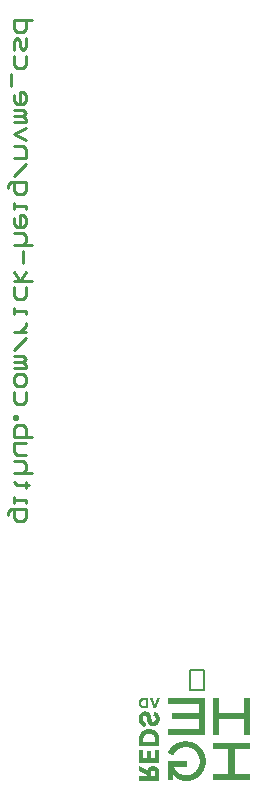
<source format=gbo>
G04*
G04 #@! TF.GenerationSoftware,Altium Limited,Altium Designer,24.5.2 (23)*
G04*
G04 Layer_Color=32896*
%FSLAX44Y44*%
%MOMM*%
G71*
G04*
G04 #@! TF.SameCoordinates,6FC596C0-74E6-4E27-895D-4E0FE7D6B679*
G04*
G04*
G04 #@! TF.FilePolarity,Positive*
G04*
G01*
G75*
%ADD10C,0.1500*%
%ADD13C,0.2540*%
G36*
X140250Y113400D02*
X140208D01*
Y113316D01*
X140166D01*
Y113191D01*
X140124D01*
Y113065D01*
X140083D01*
Y113023D01*
Y112981D01*
X140041D01*
Y112856D01*
X139999D01*
Y112730D01*
X139957D01*
Y112605D01*
X139915D01*
Y112521D01*
X139873D01*
Y112395D01*
X139831D01*
Y112270D01*
X139790D01*
Y112144D01*
X139748D01*
Y112061D01*
X139706D01*
Y111935D01*
X139664D01*
Y111810D01*
X139622D01*
Y111726D01*
X139580D01*
Y111600D01*
X139538D01*
Y111475D01*
X139497D01*
Y111349D01*
X139455D01*
Y111265D01*
X139413D01*
Y111140D01*
X139371D01*
Y111014D01*
X139329D01*
Y110889D01*
X139287D01*
Y110805D01*
X139246D01*
Y110680D01*
X139204D01*
Y110554D01*
X139162D01*
Y110470D01*
X139120D01*
Y110345D01*
X139078D01*
Y110219D01*
X139036D01*
Y110094D01*
X138995D01*
Y110010D01*
X138953D01*
Y109884D01*
X138911D01*
Y109759D01*
X138869D01*
Y109633D01*
X138827D01*
Y109550D01*
X138785D01*
Y109424D01*
X138743D01*
Y109298D01*
X138701D01*
Y109215D01*
X138660D01*
Y109089D01*
X138618D01*
Y108964D01*
X138576D01*
Y108838D01*
X138534D01*
Y108754D01*
X138492D01*
Y108629D01*
X138450D01*
Y108503D01*
X138409D01*
Y108378D01*
X138367D01*
Y108294D01*
X138325D01*
Y108168D01*
X138283D01*
Y108043D01*
X138241D01*
Y107959D01*
X138199D01*
Y107834D01*
X138158D01*
Y107708D01*
X138116D01*
Y107583D01*
X138074D01*
Y107499D01*
X138032D01*
Y107373D01*
X137990D01*
Y107248D01*
X137948D01*
Y107122D01*
X137906D01*
Y107039D01*
X137865D01*
Y106913D01*
X137823D01*
Y106788D01*
X137781D01*
Y106704D01*
X137739D01*
Y106578D01*
X137697D01*
Y106453D01*
X137655D01*
Y106327D01*
X137613D01*
Y106243D01*
X137572D01*
Y106118D01*
X137530D01*
Y105992D01*
X137488D01*
Y105909D01*
X137446D01*
Y105783D01*
X137404D01*
Y105658D01*
X137362D01*
Y105532D01*
X137320D01*
Y105448D01*
X137279D01*
Y105323D01*
X137237D01*
Y105197D01*
X137195D01*
Y105072D01*
X137153D01*
Y104988D01*
X137111D01*
Y104862D01*
X137069D01*
Y104737D01*
X137028D01*
Y104653D01*
X136986D01*
Y104569D01*
X134935D01*
Y104611D01*
X134893D01*
Y104737D01*
X134851D01*
Y104862D01*
X134810D01*
Y104946D01*
X134768D01*
Y105072D01*
X134726D01*
Y105197D01*
X134684D01*
Y105323D01*
X134642D01*
Y105406D01*
X134600D01*
Y105532D01*
X134558D01*
Y105658D01*
X134516D01*
Y105783D01*
X134475D01*
Y105867D01*
X134433D01*
Y105992D01*
X134391D01*
Y106118D01*
X134349D01*
Y106202D01*
X134307D01*
Y106327D01*
X134265D01*
Y106453D01*
X134224D01*
Y106578D01*
X134182D01*
Y106662D01*
X134140D01*
Y106788D01*
X134098D01*
Y106913D01*
X134056D01*
Y107039D01*
X134014D01*
Y107122D01*
X133973D01*
Y107248D01*
X133931D01*
Y107373D01*
X133889D01*
Y107499D01*
X133847D01*
Y107583D01*
X133805D01*
Y107708D01*
X133763D01*
Y107834D01*
X133721D01*
Y107959D01*
X133680D01*
Y108043D01*
X133638D01*
Y108168D01*
X133596D01*
Y108294D01*
X133554D01*
Y108378D01*
X133512D01*
Y108503D01*
X133470D01*
Y108629D01*
X133428D01*
Y108754D01*
X133386D01*
Y108838D01*
X133345D01*
Y108964D01*
X133303D01*
Y109089D01*
X133261D01*
Y109215D01*
X133219D01*
Y109298D01*
X133177D01*
Y109424D01*
X133135D01*
Y109550D01*
X133094D01*
Y109675D01*
X133052D01*
Y109759D01*
X133010D01*
Y109884D01*
X132968D01*
Y110010D01*
X132926D01*
Y110135D01*
X132884D01*
Y110219D01*
X132843D01*
Y110345D01*
X132801D01*
Y110470D01*
X132759D01*
Y110554D01*
X132717D01*
Y110680D01*
X132675D01*
Y110805D01*
X132633D01*
Y110931D01*
X132591D01*
Y111014D01*
X132549D01*
Y111140D01*
X132508D01*
Y111265D01*
X132466D01*
Y111391D01*
X132424D01*
Y111475D01*
X132382D01*
Y111600D01*
X132340D01*
Y111726D01*
X132298D01*
Y111851D01*
X132257D01*
Y111935D01*
X132215D01*
Y112061D01*
X132173D01*
Y112186D01*
X132131D01*
Y112312D01*
X132089D01*
Y112395D01*
X132047D01*
Y112521D01*
X132006D01*
Y112647D01*
X131964D01*
Y112730D01*
X131922D01*
Y112856D01*
X131880D01*
Y112981D01*
X131838D01*
Y113107D01*
X131796D01*
Y113191D01*
X131754D01*
Y113316D01*
X131713D01*
Y113442D01*
X131671D01*
Y113483D01*
X133805D01*
Y113400D01*
X133847D01*
Y113274D01*
X133889D01*
Y113149D01*
X133931D01*
Y113023D01*
X133973D01*
Y112898D01*
X134014D01*
Y112772D01*
X134056D01*
Y112647D01*
X134098D01*
Y112521D01*
X134140D01*
Y112395D01*
X134182D01*
Y112270D01*
X134224D01*
Y112186D01*
X134265D01*
Y112061D01*
X134307D01*
Y111935D01*
X134349D01*
Y111810D01*
X134391D01*
Y111684D01*
X134433D01*
Y111558D01*
X134475D01*
Y111433D01*
X134516D01*
Y111307D01*
X134558D01*
Y111182D01*
X134600D01*
Y111056D01*
X134642D01*
Y110931D01*
X134684D01*
Y110805D01*
X134726D01*
Y110680D01*
X134768D01*
Y110554D01*
X134810D01*
Y110428D01*
X134851D01*
Y110303D01*
X134893D01*
Y110177D01*
X134935D01*
Y110052D01*
X134977D01*
Y109926D01*
X135019D01*
Y109801D01*
X135061D01*
Y109675D01*
X135102D01*
Y109591D01*
X135144D01*
Y109466D01*
X135186D01*
Y109340D01*
X135228D01*
Y109215D01*
X135270D01*
Y109089D01*
X135312D01*
Y108964D01*
X135353D01*
Y108838D01*
X135395D01*
Y108713D01*
X135437D01*
Y108587D01*
X135479D01*
Y108462D01*
X135521D01*
Y108336D01*
X135563D01*
Y108210D01*
X135605D01*
Y108085D01*
X135646D01*
Y107959D01*
X135688D01*
Y107834D01*
X135730D01*
Y107708D01*
X135772D01*
Y107583D01*
X135814D01*
Y107457D01*
X135856D01*
Y107331D01*
X135898D01*
Y107290D01*
X135939D01*
Y107373D01*
X135981D01*
Y107499D01*
X136023D01*
Y107625D01*
X136065D01*
Y107750D01*
X136107D01*
Y107876D01*
X136149D01*
Y108001D01*
X136191D01*
Y108127D01*
X136232D01*
Y108210D01*
X136274D01*
Y108336D01*
X136316D01*
Y108462D01*
X136358D01*
Y108587D01*
X136400D01*
Y108713D01*
X136442D01*
Y108838D01*
X136483D01*
Y108964D01*
X136525D01*
Y109089D01*
X136567D01*
Y109215D01*
X136609D01*
Y109340D01*
X136651D01*
Y109466D01*
X136693D01*
Y109591D01*
X136735D01*
Y109675D01*
X136776D01*
Y109801D01*
X136818D01*
Y109926D01*
X136860D01*
Y110052D01*
X136902D01*
Y110177D01*
X136944D01*
Y110303D01*
X136986D01*
Y110428D01*
X137028D01*
Y110554D01*
X137069D01*
Y110680D01*
X137111D01*
Y110805D01*
X137153D01*
Y110931D01*
X137195D01*
Y111056D01*
X137237D01*
Y111140D01*
X137279D01*
Y111265D01*
X137320D01*
Y111391D01*
X137362D01*
Y111517D01*
X137404D01*
Y111642D01*
X137446D01*
Y111768D01*
X137488D01*
Y111893D01*
X137530D01*
Y112019D01*
X137572D01*
Y112144D01*
X137613D01*
Y112270D01*
X137655D01*
Y112395D01*
X137697D01*
Y112521D01*
X137739D01*
Y112647D01*
X137781D01*
Y112730D01*
X137823D01*
Y112856D01*
X137865D01*
Y112981D01*
X137906D01*
Y113107D01*
X137948D01*
Y113232D01*
X137990D01*
Y113358D01*
X138032D01*
Y113483D01*
X140250D01*
Y113400D01*
D02*
G37*
G36*
X130038Y104569D02*
X126356D01*
Y104611D01*
X125979D01*
Y104653D01*
X125728D01*
Y104695D01*
X125561D01*
Y104737D01*
X125393D01*
Y104779D01*
X125226D01*
Y104820D01*
X125100D01*
Y104862D01*
X124975D01*
Y104904D01*
X124891D01*
Y104946D01*
X124765D01*
Y104988D01*
X124682D01*
Y105030D01*
X124598D01*
Y105072D01*
X124514D01*
Y105113D01*
X124431D01*
Y105155D01*
X124347D01*
Y105197D01*
X124305D01*
Y105239D01*
X124221D01*
Y105281D01*
X124138D01*
Y105323D01*
X124096D01*
Y105365D01*
X124054D01*
Y105406D01*
X123970D01*
Y105448D01*
X123928D01*
Y105490D01*
X123886D01*
Y105532D01*
X123803D01*
Y105574D01*
X123761D01*
Y105616D01*
X123719D01*
Y105658D01*
X123677D01*
Y105699D01*
X123635D01*
Y105741D01*
X123594D01*
Y105783D01*
X123552D01*
Y105825D01*
X123510D01*
Y105867D01*
X123468D01*
Y105909D01*
X123426D01*
Y105950D01*
X123384D01*
Y105992D01*
X123343D01*
Y106034D01*
X123301D01*
Y106076D01*
X123259D01*
Y106160D01*
X123217D01*
Y106202D01*
X123175D01*
Y106243D01*
X123133D01*
Y106327D01*
X123091D01*
Y106369D01*
X123049D01*
Y106453D01*
X123008D01*
Y106495D01*
X122966D01*
Y106578D01*
X122924D01*
Y106662D01*
X122882D01*
Y106746D01*
X122840D01*
Y106829D01*
X122798D01*
Y106913D01*
X122757D01*
Y106997D01*
X122715D01*
Y107122D01*
X122673D01*
Y107206D01*
X122631D01*
Y107331D01*
X122589D01*
Y107457D01*
X122547D01*
Y107583D01*
X122506D01*
Y107750D01*
X122464D01*
Y107959D01*
X122422D01*
Y108210D01*
X122380D01*
Y108587D01*
X122338D01*
Y109466D01*
X122380D01*
Y109843D01*
X122422D01*
Y110094D01*
X122464D01*
Y110303D01*
X122506D01*
Y110428D01*
X122547D01*
Y110596D01*
X122589D01*
Y110721D01*
X122631D01*
Y110847D01*
X122673D01*
Y110931D01*
X122715D01*
Y111056D01*
X122757D01*
Y111140D01*
X122798D01*
Y111224D01*
X122840D01*
Y111307D01*
X122882D01*
Y111391D01*
X122924D01*
Y111475D01*
X122966D01*
Y111558D01*
X123008D01*
Y111600D01*
X123049D01*
Y111684D01*
X123091D01*
Y111726D01*
X123133D01*
Y111810D01*
X123175D01*
Y111851D01*
X123217D01*
Y111893D01*
X123259D01*
Y111977D01*
X123301D01*
Y112019D01*
X123343D01*
Y112061D01*
X123384D01*
Y112102D01*
X123426D01*
Y112144D01*
X123468D01*
Y112186D01*
X123510D01*
Y112228D01*
X123552D01*
Y112270D01*
X123594D01*
Y112312D01*
X123635D01*
Y112353D01*
X123677D01*
Y112395D01*
X123719D01*
Y112437D01*
X123761D01*
Y112479D01*
X123803D01*
Y112521D01*
X123845D01*
Y112563D01*
X123928D01*
Y112605D01*
X123970D01*
Y112647D01*
X124012D01*
Y112688D01*
X124096D01*
Y112730D01*
X124138D01*
Y112772D01*
X124221D01*
Y112814D01*
X124263D01*
Y112856D01*
X124347D01*
Y112898D01*
X124431D01*
Y112939D01*
X124514D01*
Y112981D01*
X124598D01*
Y113023D01*
X124682D01*
Y113065D01*
X124765D01*
Y113107D01*
X124849D01*
Y113149D01*
X124975D01*
Y113191D01*
X125100D01*
Y113232D01*
X125226D01*
Y113274D01*
X125351D01*
Y113316D01*
X125519D01*
Y113358D01*
X125686D01*
Y113400D01*
X125937D01*
Y113442D01*
X126272D01*
Y113483D01*
X130038D01*
Y104569D01*
D02*
G37*
G36*
X216334Y82347D02*
X211061D01*
Y95655D01*
X190512D01*
Y92516D01*
Y92475D01*
Y82347D01*
X185197D01*
Y113483D01*
X190512D01*
Y100635D01*
X211061D01*
Y113483D01*
X216334D01*
Y82347D01*
D02*
G37*
G36*
X128533Y101919D02*
X128932D01*
Y101839D01*
X129172D01*
Y101759D01*
X129411D01*
Y101680D01*
X129651D01*
Y101600D01*
X129810D01*
Y101520D01*
X129970D01*
Y101440D01*
X130129D01*
Y101360D01*
X130209D01*
Y101280D01*
X130369D01*
Y101201D01*
X130449D01*
Y101121D01*
X130608D01*
Y101041D01*
X130688D01*
Y100961D01*
X130768D01*
Y100881D01*
X130848D01*
Y100802D01*
X130928D01*
Y100722D01*
X131007D01*
Y100642D01*
X131087D01*
Y100562D01*
X131167D01*
Y100482D01*
X131247D01*
Y100402D01*
X131327D01*
Y100323D01*
X131407D01*
Y100243D01*
X131487D01*
Y100163D01*
X131566D01*
Y100003D01*
X131646D01*
Y99924D01*
X131726D01*
Y99844D01*
X131806D01*
Y99684D01*
X131885D01*
Y99524D01*
X131965D01*
Y99445D01*
X132045D01*
Y99285D01*
X132125D01*
Y99125D01*
X132205D01*
Y98966D01*
X132285D01*
Y98726D01*
X132364D01*
Y98567D01*
X132444D01*
Y98327D01*
X132524D01*
Y98088D01*
X132604D01*
Y97848D01*
X132684D01*
Y97529D01*
X132763D01*
Y97130D01*
X132843D01*
Y96731D01*
X132923D01*
Y96332D01*
X133003D01*
Y95853D01*
X133083D01*
Y95454D01*
X133162D01*
Y95055D01*
X133242D01*
Y94656D01*
X133322D01*
Y94337D01*
X133402D01*
Y94177D01*
X133482D01*
Y94017D01*
X133562D01*
Y93858D01*
X133641D01*
Y93698D01*
X133721D01*
Y93618D01*
X133801D01*
Y93538D01*
X133881D01*
Y93459D01*
X133961D01*
Y93379D01*
X134120D01*
Y93299D01*
X134280D01*
Y93219D01*
X134679D01*
Y93139D01*
X134998D01*
Y93219D01*
X135397D01*
Y93299D01*
X135557D01*
Y93379D01*
X135637D01*
Y93459D01*
X135796D01*
Y93538D01*
X135876D01*
Y93618D01*
X135956D01*
Y93698D01*
X136036D01*
Y93778D01*
X136116D01*
Y93858D01*
X136195D01*
Y94017D01*
X136275D01*
Y94097D01*
X136355D01*
Y94257D01*
X136435D01*
Y94416D01*
X136515D01*
Y94656D01*
X136595D01*
Y95135D01*
X136674D01*
Y95294D01*
Y95374D01*
Y95853D01*
X136595D01*
Y96412D01*
X136515D01*
Y96651D01*
X136435D01*
Y96891D01*
X136355D01*
Y97050D01*
X136275D01*
Y97130D01*
X136195D01*
Y97290D01*
X136116D01*
Y97369D01*
X136036D01*
Y97529D01*
X135956D01*
Y97609D01*
X135876D01*
Y97689D01*
X135717D01*
Y97769D01*
X135637D01*
Y97848D01*
X135557D01*
Y97928D01*
X135397D01*
Y98008D01*
X135238D01*
Y98088D01*
X135078D01*
Y98168D01*
X134918D01*
Y98247D01*
X134599D01*
Y98327D01*
X134519D01*
Y98407D01*
X134599D01*
Y98726D01*
X134679D01*
Y98966D01*
X134759D01*
Y99285D01*
X134839D01*
Y99524D01*
X134918D01*
Y99844D01*
X134998D01*
Y100083D01*
X135078D01*
Y100402D01*
X135158D01*
Y100722D01*
X135238D01*
Y100961D01*
X135317D01*
Y101280D01*
X135397D01*
Y101520D01*
X135477D01*
Y101680D01*
X135876D01*
Y101600D01*
X136116D01*
Y101520D01*
X136355D01*
Y101440D01*
X136595D01*
Y101360D01*
X136754D01*
Y101280D01*
X136914D01*
Y101201D01*
X137073D01*
Y101121D01*
X137233D01*
Y101041D01*
X137393D01*
Y100961D01*
X137472D01*
Y100881D01*
X137632D01*
Y100802D01*
X137712D01*
Y100722D01*
X137872D01*
Y100642D01*
X137951D01*
Y100562D01*
X138031D01*
Y100482D01*
X138111D01*
Y100402D01*
X138191D01*
Y100323D01*
X138271D01*
Y100243D01*
X138351D01*
Y100163D01*
X138430D01*
Y100083D01*
X138510D01*
Y100003D01*
X138590D01*
Y99924D01*
X138670D01*
Y99844D01*
X138750D01*
Y99764D01*
X138829D01*
Y99604D01*
X138909D01*
Y99524D01*
X138989D01*
Y99365D01*
X139069D01*
Y99285D01*
X139149D01*
Y99125D01*
X139228D01*
Y98966D01*
X139308D01*
Y98806D01*
X139388D01*
Y98646D01*
X139468D01*
Y98487D01*
X139548D01*
Y98247D01*
X139628D01*
Y98008D01*
X139707D01*
Y97769D01*
X139787D01*
Y97449D01*
X139867D01*
Y97050D01*
X139947D01*
Y96492D01*
X140027D01*
Y94656D01*
X139947D01*
Y94177D01*
X139867D01*
Y93778D01*
X139787D01*
Y93538D01*
X139707D01*
Y93299D01*
X139628D01*
Y93060D01*
X139548D01*
Y92820D01*
X139468D01*
Y92660D01*
X139388D01*
Y92501D01*
X139308D01*
Y92341D01*
X139228D01*
Y92182D01*
X139149D01*
Y92022D01*
X139069D01*
Y91942D01*
X138989D01*
Y91782D01*
X138909D01*
Y91703D01*
X138829D01*
Y91543D01*
X138750D01*
Y91463D01*
X138670D01*
Y91383D01*
X138590D01*
Y91304D01*
X138510D01*
Y91224D01*
X138430D01*
Y91064D01*
X138351D01*
Y90984D01*
X138271D01*
Y90905D01*
X138191D01*
Y90825D01*
X138111D01*
Y90745D01*
X137951D01*
Y90665D01*
X137872D01*
Y90585D01*
X137792D01*
Y90505D01*
X137712D01*
Y90426D01*
X137632D01*
Y90346D01*
X137472D01*
Y90266D01*
X137393D01*
Y90186D01*
X137233D01*
Y90106D01*
X137073D01*
Y90027D01*
X136994D01*
Y89947D01*
X136834D01*
Y89867D01*
X136595D01*
Y89787D01*
X136435D01*
Y89707D01*
X136195D01*
Y89628D01*
X135956D01*
Y89548D01*
X135637D01*
Y89468D01*
X135078D01*
Y89388D01*
X134040D01*
Y89468D01*
X133562D01*
Y89548D01*
X133242D01*
Y89628D01*
X132923D01*
Y89707D01*
X132763D01*
Y89787D01*
X132524D01*
Y89867D01*
X132364D01*
Y89947D01*
X132205D01*
Y90027D01*
X132125D01*
Y90106D01*
X131965D01*
Y90186D01*
X131806D01*
Y90266D01*
X131726D01*
Y90346D01*
X131646D01*
Y90426D01*
X131566D01*
Y90505D01*
X131407D01*
Y90585D01*
X131327D01*
Y90665D01*
X131247D01*
Y90745D01*
X131167D01*
Y90825D01*
X131087D01*
Y90905D01*
X131007D01*
Y90984D01*
X130928D01*
Y91144D01*
X130848D01*
Y91224D01*
X130768D01*
Y91304D01*
X130688D01*
Y91383D01*
X130608D01*
Y91543D01*
X130529D01*
Y91623D01*
X130449D01*
Y91782D01*
X130369D01*
Y91942D01*
X130289D01*
Y92022D01*
X130209D01*
Y92182D01*
X130129D01*
Y92341D01*
X130050D01*
Y92581D01*
X129970D01*
Y92740D01*
X129890D01*
Y92980D01*
X129810D01*
Y93219D01*
X129731D01*
Y93538D01*
X129651D01*
Y93858D01*
X129571D01*
Y94257D01*
X129491D01*
Y94656D01*
X129411D01*
Y95135D01*
X129331D01*
Y95534D01*
X129252D01*
Y95933D01*
X129172D01*
Y96412D01*
X129092D01*
Y96731D01*
X129012D01*
Y96971D01*
X128932D01*
Y97130D01*
X128853D01*
Y97290D01*
X128773D01*
Y97449D01*
X128693D01*
Y97529D01*
X128613D01*
Y97609D01*
X128533D01*
Y97689D01*
X128453D01*
Y97769D01*
X128374D01*
Y97848D01*
X128294D01*
Y97928D01*
X128214D01*
Y98008D01*
X128054D01*
Y98088D01*
X127815D01*
Y98168D01*
X127097D01*
Y98088D01*
X126857D01*
Y98008D01*
X126698D01*
Y97928D01*
X126538D01*
Y97848D01*
X126458D01*
Y97769D01*
X126378D01*
Y97689D01*
X126299D01*
Y97609D01*
X126219D01*
Y97529D01*
X126139D01*
Y97369D01*
X126059D01*
Y97290D01*
X125979D01*
Y97130D01*
X125899D01*
Y96891D01*
X125820D01*
Y96571D01*
X125740D01*
Y94895D01*
X125820D01*
Y94496D01*
X125899D01*
Y94257D01*
X125979D01*
Y94097D01*
X126059D01*
Y93938D01*
X126139D01*
Y93778D01*
X126219D01*
Y93618D01*
X126299D01*
Y93538D01*
X126378D01*
Y93379D01*
X126458D01*
Y93299D01*
X126538D01*
Y93219D01*
X126618D01*
Y93139D01*
X126698D01*
Y93060D01*
X126777D01*
Y92980D01*
X126857D01*
Y92900D01*
X127017D01*
Y92820D01*
X127097D01*
Y92740D01*
X127256D01*
Y92660D01*
X127416D01*
Y92581D01*
X127576D01*
Y92501D01*
X127735D01*
Y92421D01*
X128054D01*
Y92341D01*
X128453D01*
Y92261D01*
X128613D01*
Y92102D01*
X128533D01*
Y91782D01*
X128453D01*
Y91383D01*
X128374D01*
Y91064D01*
X128294D01*
Y90745D01*
X128214D01*
Y90426D01*
X128134D01*
Y90106D01*
X128054D01*
Y89787D01*
X127975D01*
Y89468D01*
X127895D01*
Y89069D01*
X127815D01*
Y88829D01*
X127735D01*
Y88750D01*
X127655D01*
Y88829D01*
X127176D01*
Y88909D01*
X126857D01*
Y88989D01*
X126618D01*
Y89069D01*
X126378D01*
Y89149D01*
X126139D01*
Y89228D01*
X125979D01*
Y89308D01*
X125820D01*
Y89388D01*
X125660D01*
Y89468D01*
X125500D01*
Y89548D01*
X125341D01*
Y89628D01*
X125261D01*
Y89707D01*
X125101D01*
Y89787D01*
X125021D01*
Y89867D01*
X124942D01*
Y89947D01*
X124782D01*
Y90027D01*
X124702D01*
Y90106D01*
X124622D01*
Y90186D01*
X124543D01*
Y90266D01*
X124463D01*
Y90346D01*
X124303D01*
Y90426D01*
X124223D01*
Y90505D01*
X124143D01*
Y90665D01*
X124064D01*
Y90745D01*
X123984D01*
Y90825D01*
X123904D01*
Y90905D01*
X123824D01*
Y90984D01*
X123744D01*
Y91064D01*
X123665D01*
Y91224D01*
X123585D01*
Y91304D01*
X123505D01*
Y91463D01*
X123425D01*
Y91543D01*
X123345D01*
Y91703D01*
X123265D01*
Y91862D01*
X123186D01*
Y92022D01*
X123106D01*
Y92182D01*
X123026D01*
Y92341D01*
X122946D01*
Y92501D01*
X122866D01*
Y92740D01*
X122787D01*
Y92980D01*
X122707D01*
Y93219D01*
X122627D01*
Y93459D01*
X122547D01*
Y93858D01*
X122467D01*
Y94257D01*
X122387D01*
Y94895D01*
X122308D01*
Y96492D01*
X122387D01*
Y97130D01*
X122467D01*
Y97529D01*
X122547D01*
Y97848D01*
X122627D01*
Y98088D01*
X122707D01*
Y98327D01*
X122787D01*
Y98567D01*
X122866D01*
Y98726D01*
X122946D01*
Y98886D01*
X123026D01*
Y99046D01*
X123106D01*
Y99205D01*
X123186D01*
Y99365D01*
X123265D01*
Y99524D01*
X123345D01*
Y99604D01*
X123425D01*
Y99764D01*
X123505D01*
Y99844D01*
X123585D01*
Y99924D01*
X123665D01*
Y100083D01*
X123744D01*
Y100163D01*
X123824D01*
Y100243D01*
X123904D01*
Y100323D01*
X123984D01*
Y100402D01*
X124064D01*
Y100482D01*
X124143D01*
Y100562D01*
X124223D01*
Y100642D01*
X124303D01*
Y100722D01*
X124383D01*
Y100802D01*
X124463D01*
Y100881D01*
X124543D01*
Y100961D01*
X124702D01*
Y101041D01*
X124782D01*
Y101121D01*
X124862D01*
Y101201D01*
X125021D01*
Y101280D01*
X125181D01*
Y101360D01*
X125261D01*
Y101440D01*
X125421D01*
Y101520D01*
X125580D01*
Y101600D01*
X125820D01*
Y101680D01*
X125979D01*
Y101759D01*
X126219D01*
Y101839D01*
X126538D01*
Y101919D01*
X126857D01*
Y101999D01*
X128533D01*
Y101919D01*
D02*
G37*
G36*
X178292Y82347D02*
X147155D01*
Y87285D01*
X173019D01*
Y95530D01*
X150127D01*
Y100301D01*
X173019D01*
Y108545D01*
X147155D01*
Y113483D01*
X178292D01*
Y82347D01*
D02*
G37*
G36*
X132045Y86994D02*
X132763D01*
Y86914D01*
X133242D01*
Y86834D01*
X133562D01*
Y86754D01*
X133881D01*
Y86674D01*
X134200D01*
Y86594D01*
X134440D01*
Y86515D01*
X134679D01*
Y86435D01*
X134839D01*
Y86355D01*
X135078D01*
Y86275D01*
X135238D01*
Y86195D01*
X135397D01*
Y86116D01*
X135557D01*
Y86036D01*
X135717D01*
Y85956D01*
X135796D01*
Y85876D01*
X135956D01*
Y85796D01*
X136116D01*
Y85716D01*
X136195D01*
Y85637D01*
X136355D01*
Y85557D01*
X136435D01*
Y85477D01*
X136595D01*
Y85397D01*
X136674D01*
Y85317D01*
X136754D01*
Y85238D01*
X136834D01*
Y85158D01*
X136994D01*
Y85078D01*
X137073D01*
Y84998D01*
X137153D01*
Y84918D01*
X137233D01*
Y84838D01*
X137313D01*
Y84759D01*
X137393D01*
Y84679D01*
X137472D01*
Y84599D01*
X137552D01*
Y84519D01*
X137632D01*
Y84439D01*
X137712D01*
Y84280D01*
X137792D01*
Y84200D01*
X137872D01*
Y84120D01*
X137951D01*
Y84040D01*
X138031D01*
Y83881D01*
X138111D01*
Y83801D01*
X138191D01*
Y83721D01*
X138271D01*
Y83561D01*
X138351D01*
Y83482D01*
X138430D01*
Y83322D01*
X138510D01*
Y83162D01*
X138590D01*
Y83003D01*
X138670D01*
Y82843D01*
X138750D01*
Y82683D01*
X138829D01*
Y82524D01*
X138909D01*
Y82364D01*
X138989D01*
Y82205D01*
X139069D01*
Y81965D01*
X139149D01*
Y81726D01*
X139228D01*
Y81486D01*
X139308D01*
Y81167D01*
X139388D01*
Y80848D01*
X139468D01*
Y80449D01*
X139548D01*
Y79970D01*
X139628D01*
Y79092D01*
X139707D01*
Y72387D01*
X122707D01*
Y79810D01*
X122787D01*
Y80369D01*
X122866D01*
Y80768D01*
X122946D01*
Y81087D01*
X123026D01*
Y81406D01*
X123106D01*
Y81646D01*
X123186D01*
Y81885D01*
X123265D01*
Y82125D01*
X123345D01*
Y82284D01*
X123425D01*
Y82524D01*
X123505D01*
Y82683D01*
X123585D01*
Y82843D01*
X123665D01*
Y83003D01*
X123744D01*
Y83162D01*
X123824D01*
Y83322D01*
X123904D01*
Y83402D01*
X123984D01*
Y83561D01*
X124064D01*
Y83641D01*
X124143D01*
Y83801D01*
X124223D01*
Y83881D01*
X124303D01*
Y83961D01*
X124383D01*
Y84120D01*
X124463D01*
Y84200D01*
X124543D01*
Y84280D01*
X124622D01*
Y84360D01*
X124702D01*
Y84519D01*
X124782D01*
Y84599D01*
X124862D01*
Y84679D01*
X124942D01*
Y84759D01*
X125021D01*
Y84838D01*
X125101D01*
Y84918D01*
X125181D01*
Y84998D01*
X125261D01*
Y85078D01*
X125421D01*
Y85158D01*
X125500D01*
Y85238D01*
X125580D01*
Y85317D01*
X125660D01*
Y85397D01*
X125820D01*
Y85477D01*
X125899D01*
Y85557D01*
X125979D01*
Y85637D01*
X126139D01*
Y85716D01*
X126219D01*
Y85796D01*
X126378D01*
Y85876D01*
X126538D01*
Y85956D01*
X126618D01*
Y86036D01*
X126777D01*
Y86116D01*
X126937D01*
Y86195D01*
X127097D01*
Y86275D01*
X127336D01*
Y86355D01*
X127496D01*
Y86435D01*
X127735D01*
Y86515D01*
X127895D01*
Y86594D01*
X128134D01*
Y86674D01*
X128453D01*
Y86754D01*
X128773D01*
Y86834D01*
X129092D01*
Y86914D01*
X129571D01*
Y86994D01*
X130289D01*
Y87073D01*
X132045D01*
Y86994D01*
D02*
G37*
G36*
X139628Y69195D02*
X139707D01*
Y58499D01*
X139628D01*
Y58420D01*
X122707D01*
Y69275D01*
X126299D01*
Y66880D01*
Y66800D01*
Y62251D01*
X129491D01*
Y68556D01*
X132923D01*
Y62251D01*
X136116D01*
Y69275D01*
X139628D01*
Y69195D01*
D02*
G37*
G36*
X163351Y76572D02*
X163895D01*
Y76530D01*
X164272D01*
Y76488D01*
X164607D01*
Y76446D01*
X164900D01*
Y76404D01*
X165151D01*
Y76362D01*
X165402D01*
Y76321D01*
X165611D01*
Y76279D01*
X165821D01*
Y76237D01*
X166030D01*
Y76195D01*
X166197D01*
Y76153D01*
X166364D01*
Y76111D01*
X166532D01*
Y76069D01*
X166699D01*
Y76027D01*
X166867D01*
Y75986D01*
X166992D01*
Y75944D01*
X167160D01*
Y75902D01*
X167285D01*
Y75860D01*
X167411D01*
Y75818D01*
X167536D01*
Y75776D01*
X167662D01*
Y75735D01*
X167787D01*
Y75693D01*
X167913D01*
Y75651D01*
X168039D01*
Y75609D01*
X168164D01*
Y75567D01*
X168248D01*
Y75525D01*
X168373D01*
Y75483D01*
X168499D01*
Y75442D01*
X168583D01*
Y75400D01*
X168708D01*
Y75358D01*
X168792D01*
Y75316D01*
X168917D01*
Y75274D01*
X169001D01*
Y75232D01*
X169085D01*
Y75191D01*
X169168D01*
Y75149D01*
X169294D01*
Y75107D01*
X169378D01*
Y75065D01*
X169461D01*
Y75023D01*
X169545D01*
Y74981D01*
X169629D01*
Y74939D01*
X169713D01*
Y74898D01*
X169796D01*
Y74856D01*
X169880D01*
Y74814D01*
X169964D01*
Y74772D01*
X170047D01*
Y74730D01*
X170131D01*
Y74688D01*
X170215D01*
Y74647D01*
X170299D01*
Y74605D01*
X170382D01*
Y74563D01*
X170466D01*
Y74521D01*
X170508D01*
Y74479D01*
X170591D01*
Y74437D01*
X170675D01*
Y74395D01*
X170759D01*
Y74353D01*
X170801D01*
Y74312D01*
X170884D01*
Y74270D01*
X170968D01*
Y74228D01*
X171010D01*
Y74186D01*
X171094D01*
Y74144D01*
X171177D01*
Y74102D01*
X171219D01*
Y74061D01*
X171303D01*
Y74019D01*
X171387D01*
Y73977D01*
X171428D01*
Y73935D01*
X171512D01*
Y73893D01*
X171554D01*
Y73851D01*
X171638D01*
Y73809D01*
X171679D01*
Y73768D01*
X171763D01*
Y73726D01*
X171805D01*
Y73684D01*
X171889D01*
Y73642D01*
X171931D01*
Y73600D01*
X171973D01*
Y73558D01*
X172056D01*
Y73517D01*
X172098D01*
Y73475D01*
X172182D01*
Y73433D01*
X172224D01*
Y73391D01*
X172265D01*
Y73349D01*
X172349D01*
Y73307D01*
X172391D01*
Y73265D01*
X172433D01*
Y73224D01*
X172516D01*
Y73182D01*
X172558D01*
Y73140D01*
X172600D01*
Y73098D01*
X172684D01*
Y73056D01*
X172726D01*
Y73014D01*
X172768D01*
Y72972D01*
X172810D01*
Y72931D01*
X172893D01*
Y72889D01*
X172935D01*
Y72847D01*
X172977D01*
Y72805D01*
X173019D01*
Y72763D01*
X173061D01*
Y72721D01*
X173144D01*
Y72680D01*
X173186D01*
Y72638D01*
X173228D01*
Y72596D01*
X173270D01*
Y72554D01*
X173312D01*
Y72512D01*
X173354D01*
Y72470D01*
X173437D01*
Y72428D01*
X173479D01*
Y72387D01*
X173521D01*
Y72345D01*
X173563D01*
Y72303D01*
X173605D01*
Y72261D01*
X173647D01*
Y72219D01*
X173688D01*
Y72177D01*
X173730D01*
Y72136D01*
X173772D01*
Y72094D01*
X173814D01*
Y72052D01*
X173856D01*
Y72010D01*
X173898D01*
Y71968D01*
X173939D01*
Y71926D01*
X173981D01*
Y71884D01*
X174065D01*
Y71842D01*
X174107D01*
Y71801D01*
X174149D01*
Y71759D01*
X174191D01*
Y71717D01*
X174232D01*
Y71675D01*
X174274D01*
Y71591D01*
X174316D01*
Y71550D01*
X174358D01*
Y71508D01*
X174400D01*
Y71466D01*
X174442D01*
Y71424D01*
X174484D01*
Y71382D01*
X174525D01*
Y71340D01*
X174567D01*
Y71298D01*
X174609D01*
Y71257D01*
X174651D01*
Y71215D01*
X174693D01*
Y71173D01*
X174735D01*
Y71131D01*
X174776D01*
Y71089D01*
X174818D01*
Y71047D01*
X174860D01*
Y70964D01*
X174902D01*
Y70922D01*
X174944D01*
Y70880D01*
X174986D01*
Y70838D01*
X175028D01*
Y70796D01*
X175069D01*
Y70754D01*
X175111D01*
Y70671D01*
X175153D01*
Y70629D01*
X175195D01*
Y70587D01*
X175237D01*
Y70545D01*
X175279D01*
Y70503D01*
X175320D01*
Y70420D01*
X175362D01*
Y70378D01*
X175404D01*
Y70336D01*
X175446D01*
Y70294D01*
X175488D01*
Y70210D01*
X175530D01*
Y70168D01*
X175572D01*
Y70127D01*
X175613D01*
Y70043D01*
X175655D01*
Y70001D01*
X175697D01*
Y69959D01*
X175739D01*
Y69876D01*
X175781D01*
Y69834D01*
X175823D01*
Y69792D01*
X175865D01*
Y69708D01*
X175906D01*
Y69666D01*
X175948D01*
Y69583D01*
X175990D01*
Y69541D01*
X176032D01*
Y69499D01*
X176074D01*
Y69415D01*
X176116D01*
Y69373D01*
X176157D01*
Y69290D01*
X176199D01*
Y69248D01*
X176241D01*
Y69164D01*
X176283D01*
Y69122D01*
X176325D01*
Y69039D01*
X176367D01*
Y68997D01*
X176409D01*
Y68913D01*
X176450D01*
Y68829D01*
X176492D01*
Y68787D01*
X176534D01*
Y68704D01*
X176576D01*
Y68662D01*
X176618D01*
Y68578D01*
X176660D01*
Y68495D01*
X176702D01*
Y68453D01*
X176743D01*
Y68369D01*
X176785D01*
Y68285D01*
X176827D01*
Y68201D01*
X176869D01*
Y68160D01*
X176911D01*
Y68076D01*
X176953D01*
Y67992D01*
X176994D01*
Y67909D01*
X177036D01*
Y67825D01*
X177078D01*
Y67783D01*
X177120D01*
Y67699D01*
X177162D01*
Y67616D01*
X177204D01*
Y67532D01*
X177246D01*
Y67448D01*
X177288D01*
Y67365D01*
X177329D01*
Y67281D01*
X177371D01*
Y67197D01*
X177413D01*
Y67113D01*
X177455D01*
Y66988D01*
X177497D01*
Y66904D01*
X177539D01*
Y66821D01*
X177580D01*
Y66737D01*
X177622D01*
Y66611D01*
X177664D01*
Y66528D01*
X177706D01*
Y66444D01*
X177748D01*
Y66318D01*
X177790D01*
Y66235D01*
X177831D01*
Y66109D01*
X177873D01*
Y66025D01*
X177915D01*
Y65900D01*
X177957D01*
Y65816D01*
X177999D01*
Y65690D01*
X178041D01*
Y65565D01*
X178083D01*
Y65439D01*
X178125D01*
Y65314D01*
X178166D01*
Y65188D01*
X178208D01*
Y65063D01*
X178250D01*
Y64937D01*
X178292D01*
Y64812D01*
X178334D01*
Y64686D01*
X178376D01*
Y64519D01*
X178417D01*
Y64393D01*
X178459D01*
Y64226D01*
X178501D01*
Y64058D01*
X178543D01*
Y63933D01*
X178585D01*
Y63724D01*
X178627D01*
Y63556D01*
X178668D01*
Y63389D01*
X178710D01*
Y63179D01*
X178752D01*
Y62970D01*
X178794D01*
Y62719D01*
X178836D01*
Y62468D01*
X178878D01*
Y62217D01*
X178920D01*
Y61882D01*
X178961D01*
Y61547D01*
X179003D01*
Y61087D01*
X179045D01*
Y60375D01*
X179087D01*
Y58953D01*
X179045D01*
Y58241D01*
X179003D01*
Y57781D01*
X178961D01*
Y57446D01*
X178920D01*
Y57153D01*
X178878D01*
Y56860D01*
X178836D01*
Y56609D01*
X178794D01*
Y56400D01*
X178752D01*
Y56191D01*
X178710D01*
Y55981D01*
X178668D01*
Y55772D01*
X178627D01*
Y55605D01*
X178585D01*
Y55437D01*
X178543D01*
Y55270D01*
X178501D01*
Y55144D01*
X178459D01*
Y54977D01*
X178417D01*
Y54809D01*
X178376D01*
Y54684D01*
X178334D01*
Y54558D01*
X178292D01*
Y54433D01*
X178250D01*
Y54307D01*
X178208D01*
Y54182D01*
X178166D01*
Y54056D01*
X178125D01*
Y53931D01*
X178083D01*
Y53805D01*
X178041D01*
Y53679D01*
X177999D01*
Y53596D01*
X177957D01*
Y53470D01*
X177915D01*
Y53345D01*
X177873D01*
Y53261D01*
X177831D01*
Y53177D01*
X177790D01*
Y53052D01*
X177748D01*
Y52968D01*
X177706D01*
Y52842D01*
X177664D01*
Y52759D01*
X177622D01*
Y52675D01*
X177580D01*
Y52591D01*
X177539D01*
Y52508D01*
X177497D01*
Y52382D01*
X177455D01*
Y52298D01*
X177413D01*
Y52215D01*
X177371D01*
Y52131D01*
X177329D01*
Y52047D01*
X177288D01*
Y51964D01*
X177246D01*
Y51880D01*
X177204D01*
Y51796D01*
X177162D01*
Y51712D01*
X177120D01*
Y51671D01*
X177078D01*
Y51587D01*
X177036D01*
Y51503D01*
X176994D01*
Y51420D01*
X176953D01*
Y51336D01*
X176911D01*
Y51294D01*
X176869D01*
Y51210D01*
X176827D01*
Y51127D01*
X176785D01*
Y51043D01*
X176743D01*
Y51001D01*
X176702D01*
Y50917D01*
X176660D01*
Y50834D01*
X176618D01*
Y50792D01*
X176576D01*
Y50708D01*
X176534D01*
Y50666D01*
X176492D01*
Y50583D01*
X176450D01*
Y50499D01*
X176409D01*
Y50457D01*
X176367D01*
Y50373D01*
X176325D01*
Y50332D01*
X176283D01*
Y50248D01*
X176241D01*
Y50206D01*
X176199D01*
Y50122D01*
X176157D01*
Y50080D01*
X176116D01*
Y50038D01*
X176074D01*
Y49955D01*
X176032D01*
Y49913D01*
X175990D01*
Y49829D01*
X175948D01*
Y49787D01*
X175906D01*
Y49746D01*
X175865D01*
Y49662D01*
X175823D01*
Y49620D01*
X175781D01*
Y49578D01*
X175739D01*
Y49495D01*
X175697D01*
Y49453D01*
X175655D01*
Y49411D01*
X175613D01*
Y49327D01*
X175572D01*
Y49285D01*
X175530D01*
Y49243D01*
X175488D01*
Y49201D01*
X175446D01*
Y49118D01*
X175404D01*
Y49076D01*
X175362D01*
Y49034D01*
X175320D01*
Y48992D01*
X175279D01*
Y48909D01*
X175237D01*
Y48867D01*
X175195D01*
Y48825D01*
X175153D01*
Y48783D01*
X175111D01*
Y48741D01*
X175069D01*
Y48699D01*
X175028D01*
Y48616D01*
X174986D01*
Y48574D01*
X174944D01*
Y48532D01*
X174902D01*
Y48490D01*
X174860D01*
Y48448D01*
X174818D01*
Y48406D01*
X174776D01*
Y48365D01*
X174735D01*
Y48323D01*
X174693D01*
Y48281D01*
X174651D01*
Y48239D01*
X174609D01*
Y48155D01*
X174567D01*
Y48113D01*
X174525D01*
Y48072D01*
X174484D01*
Y48030D01*
X174442D01*
Y47988D01*
X174400D01*
Y47946D01*
X174358D01*
Y47904D01*
X174316D01*
Y47862D01*
X174274D01*
Y47821D01*
X174232D01*
Y47779D01*
X174191D01*
Y47737D01*
X174149D01*
Y47695D01*
X174107D01*
Y47653D01*
X174065D01*
Y47611D01*
X174023D01*
Y47569D01*
X173981D01*
Y47527D01*
X173898D01*
Y47486D01*
X173856D01*
Y47444D01*
X173814D01*
Y47402D01*
X173772D01*
Y47360D01*
X173730D01*
Y47318D01*
X173688D01*
Y47276D01*
X173647D01*
Y47235D01*
X173605D01*
Y47193D01*
X173563D01*
Y47151D01*
X173521D01*
Y47109D01*
X173437D01*
Y47067D01*
X173395D01*
Y47025D01*
X173354D01*
Y46983D01*
X173312D01*
Y46942D01*
X173270D01*
Y46900D01*
X173228D01*
Y46858D01*
X173144D01*
Y46816D01*
X173102D01*
Y46774D01*
X173061D01*
Y46732D01*
X173019D01*
Y46691D01*
X172935D01*
Y46649D01*
X172893D01*
Y46607D01*
X172851D01*
Y46565D01*
X172810D01*
Y46523D01*
X172726D01*
Y46481D01*
X172684D01*
Y46439D01*
X172642D01*
Y46398D01*
X172558D01*
Y46356D01*
X172516D01*
Y46314D01*
X172475D01*
Y46272D01*
X172391D01*
Y46230D01*
X172349D01*
Y46188D01*
X172307D01*
Y46146D01*
X172224D01*
Y46105D01*
X172182D01*
Y46063D01*
X172098D01*
Y46021D01*
X172056D01*
Y45979D01*
X171973D01*
Y45937D01*
X171931D01*
Y45895D01*
X171889D01*
Y45854D01*
X171805D01*
Y45812D01*
X171763D01*
Y45770D01*
X171679D01*
Y45728D01*
X171596D01*
Y45686D01*
X171554D01*
Y45644D01*
X171470D01*
Y45602D01*
X171428D01*
Y45561D01*
X171345D01*
Y45519D01*
X171261D01*
Y45477D01*
X171219D01*
Y45435D01*
X171136D01*
Y45393D01*
X171052D01*
Y45351D01*
X171010D01*
Y45310D01*
X170926D01*
Y45268D01*
X170842D01*
Y45226D01*
X170759D01*
Y45184D01*
X170717D01*
Y45142D01*
X170633D01*
Y45100D01*
X170550D01*
Y45058D01*
X170466D01*
Y45016D01*
X170382D01*
Y44975D01*
X170299D01*
Y44933D01*
X170215D01*
Y44891D01*
X170131D01*
Y44849D01*
X170047D01*
Y44807D01*
X169964D01*
Y44765D01*
X169880D01*
Y44724D01*
X169796D01*
Y44682D01*
X169713D01*
Y44640D01*
X169629D01*
Y44598D01*
X169545D01*
Y44556D01*
X169461D01*
Y44514D01*
X169336D01*
Y44472D01*
X169252D01*
Y44431D01*
X169168D01*
Y44389D01*
X169043D01*
Y44347D01*
X168959D01*
Y44305D01*
X168834D01*
Y44263D01*
X168750D01*
Y44221D01*
X168624D01*
Y44180D01*
X168499D01*
Y44138D01*
X168415D01*
Y44096D01*
X168290D01*
Y44054D01*
X168164D01*
Y44012D01*
X168039D01*
Y43970D01*
X167913D01*
Y43928D01*
X167787D01*
Y43887D01*
X167662D01*
Y43845D01*
X167495D01*
Y43803D01*
X167369D01*
Y43761D01*
X167243D01*
Y43719D01*
X167076D01*
Y43677D01*
X166909D01*
Y43635D01*
X166741D01*
Y43594D01*
X166574D01*
Y43552D01*
X166406D01*
Y43510D01*
X166197D01*
Y43468D01*
X165988D01*
Y43426D01*
X165779D01*
Y43384D01*
X165569D01*
Y43342D01*
X165277D01*
Y43301D01*
X165025D01*
Y43259D01*
X164690D01*
Y43217D01*
X164272D01*
Y43175D01*
X163728D01*
Y43133D01*
X161677D01*
Y43175D01*
X161133D01*
Y43217D01*
X160757D01*
Y43259D01*
X160422D01*
Y43301D01*
X160171D01*
Y43342D01*
X159920D01*
Y43384D01*
X159669D01*
Y43426D01*
X159459D01*
Y43468D01*
X159292D01*
Y43510D01*
X159083D01*
Y43552D01*
X158915D01*
Y43594D01*
X158748D01*
Y43635D01*
X158580D01*
Y43677D01*
X158455D01*
Y43719D01*
X158287D01*
Y43761D01*
X158162D01*
Y43803D01*
X158036D01*
Y43845D01*
X157911D01*
Y43887D01*
X157785D01*
Y43928D01*
X157660D01*
Y43970D01*
X157534D01*
Y44012D01*
X157409D01*
Y44054D01*
X157325D01*
Y44096D01*
X157199D01*
Y44138D01*
X157116D01*
Y44180D01*
X156990D01*
Y44221D01*
X156906D01*
Y44263D01*
X156781D01*
Y44305D01*
X156697D01*
Y44347D01*
X156613D01*
Y44389D01*
X156530D01*
Y44431D01*
X156404D01*
Y44472D01*
X156320D01*
Y44514D01*
X156237D01*
Y44556D01*
X156153D01*
Y44598D01*
X156069D01*
Y44640D01*
X155986D01*
Y44682D01*
X155902D01*
Y44724D01*
X155818D01*
Y44765D01*
X155735D01*
Y44807D01*
X155693D01*
Y44849D01*
X155609D01*
Y44891D01*
X155525D01*
Y44933D01*
X155442D01*
Y44975D01*
X155358D01*
Y45016D01*
X155316D01*
Y45058D01*
X155232D01*
Y45100D01*
X155149D01*
Y45142D01*
X155107D01*
Y45184D01*
X155023D01*
Y45226D01*
X154939D01*
Y45268D01*
X154898D01*
Y45310D01*
X154814D01*
Y45351D01*
X154772D01*
Y45393D01*
X154688D01*
Y45435D01*
X154647D01*
Y45477D01*
X154563D01*
Y45519D01*
X154521D01*
Y45561D01*
X154437D01*
Y45602D01*
X154395D01*
Y45644D01*
X154312D01*
Y45686D01*
X154270D01*
Y45728D01*
X154228D01*
Y45770D01*
X154144D01*
Y45812D01*
X154102D01*
Y45854D01*
X154061D01*
Y45895D01*
X153977D01*
Y45937D01*
X153935D01*
Y45979D01*
X153893D01*
Y46021D01*
X153809D01*
Y46063D01*
X153768D01*
Y46105D01*
X153726D01*
Y46146D01*
X153684D01*
Y46188D01*
X153600D01*
Y46230D01*
X153558D01*
Y46272D01*
X153517D01*
Y46314D01*
X153475D01*
Y46356D01*
X153391D01*
Y46398D01*
X153349D01*
Y46439D01*
X153307D01*
Y46481D01*
X153265D01*
Y46523D01*
X153224D01*
Y46565D01*
X153182D01*
Y46607D01*
X153098D01*
Y46649D01*
X153056D01*
Y46691D01*
X153014D01*
Y46732D01*
X152972D01*
Y46774D01*
X152931D01*
Y46816D01*
X152889D01*
Y46858D01*
X152847D01*
Y46900D01*
X152805D01*
Y46942D01*
X152763D01*
Y46983D01*
X152721D01*
Y47025D01*
X152680D01*
Y47067D01*
X152638D01*
Y47109D01*
X152596D01*
Y47151D01*
X152554D01*
Y47193D01*
X152512D01*
Y47235D01*
X152470D01*
Y47276D01*
X152428D01*
Y47318D01*
X152387D01*
Y47360D01*
X152345D01*
Y47402D01*
X152303D01*
Y47444D01*
X152261D01*
Y47486D01*
X152219D01*
Y47527D01*
X152177D01*
Y47569D01*
X152135D01*
Y47611D01*
X152094D01*
Y47653D01*
X152052D01*
Y47695D01*
X152010D01*
Y47737D01*
X151968D01*
Y47779D01*
X151926D01*
Y47821D01*
X151884D01*
Y47862D01*
X151842D01*
Y47904D01*
X151801D01*
Y47988D01*
X151759D01*
Y48030D01*
X151675D01*
Y47695D01*
X151633D01*
Y47360D01*
X151591D01*
Y47025D01*
X151550D01*
Y46691D01*
X151508D01*
Y46356D01*
X151466D01*
Y46021D01*
X151424D01*
Y45686D01*
X151382D01*
Y45351D01*
X151340D01*
Y45016D01*
X151299D01*
Y44682D01*
X151257D01*
Y44347D01*
X151215D01*
Y44305D01*
X147155D01*
Y59832D01*
X147113D01*
Y59873D01*
X147155D01*
Y60208D01*
X163519D01*
Y55186D01*
X152177D01*
Y54809D01*
X152219D01*
Y54684D01*
X152261D01*
Y54600D01*
X152303D01*
Y54475D01*
X152345D01*
Y54391D01*
X152387D01*
Y54265D01*
X152428D01*
Y54182D01*
X152470D01*
Y54098D01*
X152512D01*
Y53972D01*
X152554D01*
Y53889D01*
X152596D01*
Y53805D01*
X152638D01*
Y53721D01*
X152680D01*
Y53638D01*
X152721D01*
Y53554D01*
X152763D01*
Y53470D01*
X152805D01*
Y53387D01*
X152847D01*
Y53303D01*
X152889D01*
Y53219D01*
X152931D01*
Y53135D01*
X152972D01*
Y53094D01*
X153014D01*
Y53010D01*
X153056D01*
Y52926D01*
X153098D01*
Y52842D01*
X153140D01*
Y52801D01*
X153182D01*
Y52717D01*
X153224D01*
Y52633D01*
X153265D01*
Y52591D01*
X153307D01*
Y52508D01*
X153349D01*
Y52466D01*
X153391D01*
Y52382D01*
X153433D01*
Y52340D01*
X153475D01*
Y52257D01*
X153517D01*
Y52215D01*
X153558D01*
Y52173D01*
X153600D01*
Y52089D01*
X153642D01*
Y52047D01*
X153684D01*
Y51964D01*
X153726D01*
Y51922D01*
X153768D01*
Y51880D01*
X153809D01*
Y51838D01*
X153851D01*
Y51754D01*
X153893D01*
Y51712D01*
X153935D01*
Y51671D01*
X153977D01*
Y51629D01*
X154019D01*
Y51545D01*
X154061D01*
Y51503D01*
X154102D01*
Y51461D01*
X154144D01*
Y51420D01*
X154186D01*
Y51378D01*
X154228D01*
Y51336D01*
X154270D01*
Y51294D01*
X154312D01*
Y51252D01*
X154354D01*
Y51168D01*
X154395D01*
Y51127D01*
X154437D01*
Y51085D01*
X154479D01*
Y51043D01*
X154521D01*
Y51001D01*
X154563D01*
Y50959D01*
X154605D01*
Y50917D01*
X154647D01*
Y50876D01*
X154688D01*
Y50834D01*
X154730D01*
Y50792D01*
X154814D01*
Y50750D01*
X154856D01*
Y50708D01*
X154898D01*
Y50666D01*
X154939D01*
Y50624D01*
X154981D01*
Y50583D01*
X155023D01*
Y50541D01*
X155065D01*
Y50499D01*
X155107D01*
Y50457D01*
X155190D01*
Y50415D01*
X155232D01*
Y50373D01*
X155274D01*
Y50332D01*
X155316D01*
Y50290D01*
X155400D01*
Y50248D01*
X155442D01*
Y50206D01*
X155484D01*
Y50164D01*
X155567D01*
Y50122D01*
X155609D01*
Y50080D01*
X155651D01*
Y50038D01*
X155735D01*
Y49997D01*
X155776D01*
Y49955D01*
X155860D01*
Y49913D01*
X155902D01*
Y49871D01*
X155944D01*
Y49829D01*
X156027D01*
Y49787D01*
X156111D01*
Y49746D01*
X156153D01*
Y49704D01*
X156237D01*
Y49662D01*
X156279D01*
Y49620D01*
X156362D01*
Y49578D01*
X156446D01*
Y49536D01*
X156530D01*
Y49495D01*
X156572D01*
Y49453D01*
X156655D01*
Y49411D01*
X156739D01*
Y49369D01*
X156823D01*
Y49327D01*
X156906D01*
Y49285D01*
X156990D01*
Y49243D01*
X157074D01*
Y49201D01*
X157157D01*
Y49160D01*
X157241D01*
Y49118D01*
X157325D01*
Y49076D01*
X157450D01*
Y49034D01*
X157534D01*
Y48992D01*
X157618D01*
Y48950D01*
X157743D01*
Y48909D01*
X157827D01*
Y48867D01*
X157953D01*
Y48825D01*
X158078D01*
Y48783D01*
X158162D01*
Y48741D01*
X158287D01*
Y48699D01*
X158413D01*
Y48657D01*
X158580D01*
Y48616D01*
X158706D01*
Y48574D01*
X158873D01*
Y48532D01*
X158999D01*
Y48490D01*
X159166D01*
Y48448D01*
X159334D01*
Y48406D01*
X159543D01*
Y48365D01*
X159752D01*
Y48323D01*
X159961D01*
Y48281D01*
X160213D01*
Y48239D01*
X160506D01*
Y48197D01*
X160798D01*
Y48155D01*
X161217D01*
Y48113D01*
X161845D01*
Y48072D01*
X163435D01*
Y48113D01*
X163937D01*
Y48155D01*
X164272D01*
Y48197D01*
X164565D01*
Y48239D01*
X164816D01*
Y48281D01*
X165025D01*
Y48323D01*
X165235D01*
Y48365D01*
X165402D01*
Y48406D01*
X165569D01*
Y48448D01*
X165737D01*
Y48490D01*
X165862D01*
Y48532D01*
X166030D01*
Y48574D01*
X166155D01*
Y48616D01*
X166281D01*
Y48657D01*
X166406D01*
Y48699D01*
X166532D01*
Y48741D01*
X166616D01*
Y48783D01*
X166741D01*
Y48825D01*
X166867D01*
Y48867D01*
X166950D01*
Y48909D01*
X167076D01*
Y48950D01*
X167160D01*
Y48992D01*
X167243D01*
Y49034D01*
X167327D01*
Y49076D01*
X167453D01*
Y49118D01*
X167536D01*
Y49160D01*
X167620D01*
Y49201D01*
X167704D01*
Y49243D01*
X167787D01*
Y49285D01*
X167871D01*
Y49327D01*
X167955D01*
Y49369D01*
X167997D01*
Y49411D01*
X168080D01*
Y49453D01*
X168164D01*
Y49495D01*
X168248D01*
Y49536D01*
X168332D01*
Y49578D01*
X168373D01*
Y49620D01*
X168457D01*
Y49662D01*
X168541D01*
Y49704D01*
X168583D01*
Y49746D01*
X168666D01*
Y49787D01*
X168708D01*
Y49829D01*
X168792D01*
Y49871D01*
X168834D01*
Y49913D01*
X168917D01*
Y49955D01*
X168959D01*
Y49997D01*
X169043D01*
Y50038D01*
X169085D01*
Y50080D01*
X169168D01*
Y50122D01*
X169210D01*
Y50164D01*
X169252D01*
Y50206D01*
X169336D01*
Y50248D01*
X169378D01*
Y50290D01*
X169461D01*
Y50332D01*
X169503D01*
Y50373D01*
X169545D01*
Y50415D01*
X169587D01*
Y50457D01*
X169671D01*
Y50499D01*
X169713D01*
Y50541D01*
X169754D01*
Y50583D01*
X169796D01*
Y50624D01*
X169838D01*
Y50666D01*
X169922D01*
Y50708D01*
X169964D01*
Y50750D01*
X170005D01*
Y50792D01*
X170047D01*
Y50834D01*
X170089D01*
Y50876D01*
X170131D01*
Y50917D01*
X170173D01*
Y50959D01*
X170257D01*
Y51001D01*
X170299D01*
Y51043D01*
X170340D01*
Y51085D01*
X170382D01*
Y51127D01*
X170424D01*
Y51168D01*
X170466D01*
Y51210D01*
X170508D01*
Y51252D01*
X170550D01*
Y51294D01*
X170591D01*
Y51336D01*
X170633D01*
Y51378D01*
X170675D01*
Y51420D01*
X170717D01*
Y51461D01*
X170759D01*
Y51503D01*
X170801D01*
Y51545D01*
X170842D01*
Y51629D01*
X170884D01*
Y51671D01*
X170926D01*
Y51712D01*
X170968D01*
Y51754D01*
X171010D01*
Y51796D01*
X171052D01*
Y51838D01*
X171094D01*
Y51880D01*
X171136D01*
Y51964D01*
X171177D01*
Y52006D01*
X171219D01*
Y52047D01*
X171261D01*
Y52089D01*
X171303D01*
Y52131D01*
X171345D01*
Y52215D01*
X171387D01*
Y52257D01*
X171428D01*
Y52298D01*
X171470D01*
Y52340D01*
X171512D01*
Y52424D01*
X171554D01*
Y52466D01*
X171596D01*
Y52508D01*
X171638D01*
Y52591D01*
X171679D01*
Y52633D01*
X171721D01*
Y52717D01*
X171763D01*
Y52759D01*
X171805D01*
Y52801D01*
X171847D01*
Y52884D01*
X171889D01*
Y52926D01*
X171931D01*
Y53010D01*
X171973D01*
Y53052D01*
X172014D01*
Y53135D01*
X172056D01*
Y53219D01*
X172098D01*
Y53261D01*
X172140D01*
Y53345D01*
X172182D01*
Y53387D01*
X172224D01*
Y53470D01*
X172265D01*
Y53554D01*
X172307D01*
Y53638D01*
X172349D01*
Y53679D01*
X172391D01*
Y53763D01*
X172433D01*
Y53847D01*
X172475D01*
Y53931D01*
X172516D01*
Y54014D01*
X172558D01*
Y54098D01*
X172600D01*
Y54182D01*
X172642D01*
Y54265D01*
X172684D01*
Y54349D01*
X172726D01*
Y54433D01*
X172768D01*
Y54517D01*
X172810D01*
Y54600D01*
X172851D01*
Y54684D01*
X172893D01*
Y54768D01*
X172935D01*
Y54893D01*
X172977D01*
Y54977D01*
X173019D01*
Y55102D01*
X173061D01*
Y55186D01*
X173102D01*
Y55312D01*
X173144D01*
Y55395D01*
X173186D01*
Y55521D01*
X173228D01*
Y55647D01*
X173270D01*
Y55772D01*
X173312D01*
Y55898D01*
X173354D01*
Y56023D01*
X173395D01*
Y56191D01*
X173437D01*
Y56316D01*
X173479D01*
Y56483D01*
X173521D01*
Y56651D01*
X173563D01*
Y56818D01*
X173605D01*
Y57028D01*
X173647D01*
Y57237D01*
X173688D01*
Y57446D01*
X173730D01*
Y57697D01*
X173772D01*
Y57990D01*
X173814D01*
Y58367D01*
X173856D01*
Y58911D01*
X173898D01*
Y60417D01*
X173856D01*
Y60961D01*
X173814D01*
Y61338D01*
X173772D01*
Y61631D01*
X173730D01*
Y61882D01*
X173688D01*
Y62133D01*
X173647D01*
Y62343D01*
X173605D01*
Y62510D01*
X173563D01*
Y62719D01*
X173521D01*
Y62887D01*
X173479D01*
Y63012D01*
X173437D01*
Y63179D01*
X173395D01*
Y63347D01*
X173354D01*
Y63472D01*
X173312D01*
Y63598D01*
X173270D01*
Y63724D01*
X173228D01*
Y63849D01*
X173186D01*
Y63975D01*
X173144D01*
Y64100D01*
X173102D01*
Y64184D01*
X173061D01*
Y64310D01*
X173019D01*
Y64393D01*
X172977D01*
Y64519D01*
X172935D01*
Y64602D01*
X172893D01*
Y64728D01*
X172851D01*
Y64812D01*
X172810D01*
Y64895D01*
X172768D01*
Y64979D01*
X172726D01*
Y65063D01*
X172684D01*
Y65146D01*
X172642D01*
Y65230D01*
X172600D01*
Y65314D01*
X172558D01*
Y65398D01*
X172516D01*
Y65481D01*
X172475D01*
Y65565D01*
X172433D01*
Y65649D01*
X172391D01*
Y65732D01*
X172349D01*
Y65816D01*
X172307D01*
Y65900D01*
X172265D01*
Y65942D01*
X172224D01*
Y66025D01*
X172182D01*
Y66109D01*
X172140D01*
Y66151D01*
X172098D01*
Y66235D01*
X172056D01*
Y66318D01*
X172014D01*
Y66360D01*
X171973D01*
Y66444D01*
X171931D01*
Y66486D01*
X171889D01*
Y66569D01*
X171847D01*
Y66611D01*
X171805D01*
Y66695D01*
X171763D01*
Y66737D01*
X171721D01*
Y66821D01*
X171679D01*
Y66862D01*
X171638D01*
Y66904D01*
X171596D01*
Y66988D01*
X171554D01*
Y67030D01*
X171512D01*
Y67113D01*
X171470D01*
Y67155D01*
X171428D01*
Y67197D01*
X171387D01*
Y67281D01*
X171345D01*
Y67323D01*
X171303D01*
Y67365D01*
X171261D01*
Y67406D01*
X171219D01*
Y67490D01*
X171177D01*
Y67532D01*
X171136D01*
Y67574D01*
X171094D01*
Y67616D01*
X171052D01*
Y67657D01*
X171010D01*
Y67741D01*
X170968D01*
Y67783D01*
X170926D01*
Y67825D01*
X170884D01*
Y67867D01*
X170842D01*
Y67909D01*
X170801D01*
Y67950D01*
X170759D01*
Y67992D01*
X170717D01*
Y68034D01*
X170675D01*
Y68076D01*
X170633D01*
Y68160D01*
X170591D01*
Y68201D01*
X170550D01*
Y68243D01*
X170508D01*
Y68285D01*
X170466D01*
Y68327D01*
X170424D01*
Y68369D01*
X170382D01*
Y68411D01*
X170340D01*
Y68453D01*
X170299D01*
Y68495D01*
X170257D01*
Y68536D01*
X170215D01*
Y68578D01*
X170131D01*
Y68620D01*
X170089D01*
Y68662D01*
X170047D01*
Y68704D01*
X170005D01*
Y68746D01*
X169964D01*
Y68787D01*
X169922D01*
Y68829D01*
X169880D01*
Y68871D01*
X169838D01*
Y68913D01*
X169796D01*
Y68955D01*
X169713D01*
Y68997D01*
X169671D01*
Y69039D01*
X169629D01*
Y69080D01*
X169587D01*
Y69122D01*
X169545D01*
Y69164D01*
X169461D01*
Y69206D01*
X169420D01*
Y69248D01*
X169378D01*
Y69290D01*
X169294D01*
Y69331D01*
X169252D01*
Y69373D01*
X169210D01*
Y69415D01*
X169168D01*
Y69457D01*
X169085D01*
Y69499D01*
X169043D01*
Y69541D01*
X168959D01*
Y69583D01*
X168917D01*
Y69624D01*
X168876D01*
Y69666D01*
X168792D01*
Y69708D01*
X168750D01*
Y69750D01*
X168666D01*
Y69792D01*
X168624D01*
Y69834D01*
X168541D01*
Y69876D01*
X168499D01*
Y69917D01*
X168415D01*
Y69959D01*
X168332D01*
Y70001D01*
X168290D01*
Y70043D01*
X168206D01*
Y70085D01*
X168122D01*
Y70127D01*
X168080D01*
Y70168D01*
X167997D01*
Y70210D01*
X167913D01*
Y70252D01*
X167829D01*
Y70294D01*
X167746D01*
Y70336D01*
X167704D01*
Y70378D01*
X167620D01*
Y70420D01*
X167536D01*
Y70462D01*
X167453D01*
Y70503D01*
X167369D01*
Y70545D01*
X167285D01*
Y70587D01*
X167201D01*
Y70629D01*
X167076D01*
Y70671D01*
X166992D01*
Y70712D01*
X166909D01*
Y70754D01*
X166825D01*
Y70796D01*
X166699D01*
Y70838D01*
X166616D01*
Y70880D01*
X166490D01*
Y70922D01*
X166406D01*
Y70964D01*
X166281D01*
Y71006D01*
X166155D01*
Y71047D01*
X166030D01*
Y71089D01*
X165904D01*
Y71131D01*
X165779D01*
Y71173D01*
X165653D01*
Y71215D01*
X165486D01*
Y71257D01*
X165360D01*
Y71298D01*
X165193D01*
Y71340D01*
X165025D01*
Y71382D01*
X164816D01*
Y71424D01*
X164649D01*
Y71466D01*
X164439D01*
Y71508D01*
X164188D01*
Y71550D01*
X163895D01*
Y71591D01*
X163561D01*
Y71633D01*
X163058D01*
Y71675D01*
X161343D01*
Y71633D01*
X160840D01*
Y71591D01*
X160464D01*
Y71550D01*
X160129D01*
Y71508D01*
X159878D01*
Y71466D01*
X159669D01*
Y71424D01*
X159459D01*
Y71382D01*
X159250D01*
Y71340D01*
X159083D01*
Y71298D01*
X158915D01*
Y71257D01*
X158748D01*
Y71215D01*
X158622D01*
Y71173D01*
X158455D01*
Y71131D01*
X158329D01*
Y71089D01*
X158204D01*
Y71047D01*
X158078D01*
Y71006D01*
X157953D01*
Y70964D01*
X157827D01*
Y70922D01*
X157743D01*
Y70880D01*
X157618D01*
Y70838D01*
X157534D01*
Y70796D01*
X157409D01*
Y70754D01*
X157325D01*
Y70712D01*
X157241D01*
Y70671D01*
X157116D01*
Y70629D01*
X157032D01*
Y70587D01*
X156948D01*
Y70545D01*
X156865D01*
Y70503D01*
X156781D01*
Y70462D01*
X156697D01*
Y70420D01*
X156613D01*
Y70378D01*
X156530D01*
Y70336D01*
X156446D01*
Y70294D01*
X156362D01*
Y70252D01*
X156320D01*
Y70210D01*
X156237D01*
Y70168D01*
X156153D01*
Y70127D01*
X156111D01*
Y70085D01*
X156027D01*
Y70043D01*
X155944D01*
Y70001D01*
X155902D01*
Y69959D01*
X155818D01*
Y69917D01*
X155776D01*
Y69876D01*
X155693D01*
Y69834D01*
X155609D01*
Y69792D01*
X155567D01*
Y69750D01*
X155525D01*
Y69708D01*
X155442D01*
Y69666D01*
X155400D01*
Y69624D01*
X155316D01*
Y69583D01*
X155274D01*
Y69541D01*
X155232D01*
Y69499D01*
X155149D01*
Y69457D01*
X155107D01*
Y69415D01*
X155065D01*
Y69373D01*
X154981D01*
Y69331D01*
X154939D01*
Y69290D01*
X154898D01*
Y69248D01*
X154856D01*
Y69206D01*
X154772D01*
Y69164D01*
X154730D01*
Y69122D01*
X154688D01*
Y69080D01*
X154647D01*
Y69039D01*
X154605D01*
Y68997D01*
X154563D01*
Y68955D01*
X154479D01*
Y68913D01*
X154437D01*
Y68871D01*
X154395D01*
Y68829D01*
X154354D01*
Y68787D01*
X154312D01*
Y68746D01*
X154270D01*
Y68704D01*
X154228D01*
Y68662D01*
X154186D01*
Y68620D01*
X154144D01*
Y68578D01*
X154102D01*
Y68536D01*
X154061D01*
Y68495D01*
X154019D01*
Y68453D01*
X153977D01*
Y68411D01*
X153935D01*
Y68369D01*
X153893D01*
Y68327D01*
X153851D01*
Y68285D01*
X153809D01*
Y68243D01*
X153768D01*
Y68201D01*
X153726D01*
Y68160D01*
X153684D01*
Y68118D01*
X153642D01*
Y68076D01*
X153600D01*
Y67992D01*
X153558D01*
Y67950D01*
X153517D01*
Y67909D01*
X153475D01*
Y67867D01*
X153433D01*
Y67825D01*
X153391D01*
Y67783D01*
X153349D01*
Y67699D01*
X153307D01*
Y67657D01*
X153265D01*
Y67616D01*
X153224D01*
Y67574D01*
X153182D01*
Y67490D01*
X153140D01*
Y67448D01*
X153098D01*
Y67406D01*
X153056D01*
Y67365D01*
X153014D01*
Y67281D01*
X152972D01*
Y67239D01*
X152931D01*
Y67197D01*
X152889D01*
Y67113D01*
X152847D01*
Y67072D01*
X152805D01*
Y66988D01*
X152763D01*
Y66946D01*
X152721D01*
Y66904D01*
X152680D01*
Y66821D01*
X152638D01*
Y66779D01*
X152596D01*
Y66695D01*
X152554D01*
Y66653D01*
X152512D01*
Y66569D01*
X152470D01*
Y66528D01*
X152428D01*
Y66444D01*
X152387D01*
Y66360D01*
X152345D01*
Y66318D01*
X152303D01*
Y66235D01*
X152261D01*
Y66193D01*
X152219D01*
Y66109D01*
X152177D01*
Y66025D01*
X152135D01*
Y65942D01*
X152094D01*
Y65900D01*
X152052D01*
Y65816D01*
X152010D01*
Y65732D01*
X151968D01*
Y65649D01*
X151926D01*
Y65607D01*
X151884D01*
Y65523D01*
X151842D01*
Y65439D01*
X151801D01*
Y65356D01*
X151759D01*
Y65272D01*
X151717D01*
Y65188D01*
X151675D01*
Y65105D01*
X151633D01*
Y65021D01*
X151591D01*
Y64937D01*
X151550D01*
Y64854D01*
X151508D01*
Y64770D01*
X151466D01*
Y64728D01*
X151382D01*
Y64770D01*
X151299D01*
Y64812D01*
X151215D01*
Y64854D01*
X151089D01*
Y64895D01*
X151005D01*
Y64937D01*
X150922D01*
Y64979D01*
X150838D01*
Y65021D01*
X150754D01*
Y65063D01*
X150671D01*
Y65105D01*
X150545D01*
Y65146D01*
X150461D01*
Y65188D01*
X150378D01*
Y65230D01*
X150294D01*
Y65272D01*
X150210D01*
Y65314D01*
X150127D01*
Y65356D01*
X150043D01*
Y65398D01*
X149917D01*
Y65439D01*
X149834D01*
Y65481D01*
X149750D01*
Y65523D01*
X149666D01*
Y65565D01*
X149583D01*
Y65607D01*
X149499D01*
Y65649D01*
X149373D01*
Y65690D01*
X149290D01*
Y65732D01*
X149206D01*
Y65774D01*
X149122D01*
Y65816D01*
X149038D01*
Y65858D01*
X148955D01*
Y65900D01*
X148829D01*
Y65942D01*
X148746D01*
Y65984D01*
X148662D01*
Y66025D01*
X148578D01*
Y66067D01*
X148495D01*
Y66109D01*
X148411D01*
Y66151D01*
X148285D01*
Y66193D01*
X148202D01*
Y66235D01*
X148118D01*
Y66276D01*
X148034D01*
Y66318D01*
X147950D01*
Y66360D01*
X147867D01*
Y66402D01*
X147741D01*
Y66444D01*
X147657D01*
Y66486D01*
X147574D01*
Y66528D01*
X147490D01*
Y66569D01*
X147406D01*
Y66611D01*
X147323D01*
Y66653D01*
X147197D01*
Y66695D01*
X147113D01*
Y66737D01*
X147030D01*
Y66779D01*
X146946D01*
Y66821D01*
X146862D01*
Y66862D01*
X146779D01*
Y66946D01*
X146820D01*
Y67030D01*
X146862D01*
Y67155D01*
X146904D01*
Y67239D01*
X146946D01*
Y67323D01*
X146988D01*
Y67406D01*
X147030D01*
Y67490D01*
X147072D01*
Y67574D01*
X147113D01*
Y67657D01*
X147155D01*
Y67741D01*
X147197D01*
Y67825D01*
X147239D01*
Y67867D01*
X147281D01*
Y67950D01*
X147323D01*
Y68034D01*
X147365D01*
Y68118D01*
X147406D01*
Y68201D01*
X147448D01*
Y68285D01*
X147490D01*
Y68327D01*
X147532D01*
Y68411D01*
X147574D01*
Y68495D01*
X147616D01*
Y68578D01*
X147657D01*
Y68620D01*
X147699D01*
Y68704D01*
X147741D01*
Y68787D01*
X147783D01*
Y68829D01*
X147825D01*
Y68913D01*
X147867D01*
Y68955D01*
X147909D01*
Y69039D01*
X147950D01*
Y69122D01*
X147992D01*
Y69164D01*
X148034D01*
Y69248D01*
X148076D01*
Y69290D01*
X148118D01*
Y69373D01*
X148160D01*
Y69415D01*
X148202D01*
Y69499D01*
X148243D01*
Y69541D01*
X148285D01*
Y69624D01*
X148327D01*
Y69666D01*
X148369D01*
Y69750D01*
X148411D01*
Y69792D01*
X148453D01*
Y69876D01*
X148495D01*
Y69917D01*
X148536D01*
Y69959D01*
X148578D01*
Y70043D01*
X148620D01*
Y70085D01*
X148662D01*
Y70127D01*
X148704D01*
Y70210D01*
X148746D01*
Y70252D01*
X148787D01*
Y70294D01*
X148829D01*
Y70378D01*
X148871D01*
Y70420D01*
X148913D01*
Y70462D01*
X148955D01*
Y70545D01*
X148997D01*
Y70587D01*
X149038D01*
Y70629D01*
X149080D01*
Y70671D01*
X149122D01*
Y70754D01*
X149164D01*
Y70796D01*
X149206D01*
Y70838D01*
X149248D01*
Y70880D01*
X149290D01*
Y70922D01*
X149332D01*
Y71006D01*
X149373D01*
Y71047D01*
X149415D01*
Y71089D01*
X149457D01*
Y71131D01*
X149499D01*
Y71173D01*
X149541D01*
Y71215D01*
X149583D01*
Y71298D01*
X149624D01*
Y71340D01*
X149666D01*
Y71382D01*
X149708D01*
Y71424D01*
X149750D01*
Y71466D01*
X149792D01*
Y71508D01*
X149834D01*
Y71550D01*
X149875D01*
Y71591D01*
X149917D01*
Y71633D01*
X149959D01*
Y71675D01*
X150001D01*
Y71717D01*
X150043D01*
Y71759D01*
X150085D01*
Y71801D01*
X150127D01*
Y71842D01*
X150169D01*
Y71884D01*
X150210D01*
Y71926D01*
X150252D01*
Y71968D01*
X150294D01*
Y72010D01*
X150336D01*
Y72052D01*
X150378D01*
Y72094D01*
X150420D01*
Y72136D01*
X150461D01*
Y72177D01*
X150503D01*
Y72219D01*
X150545D01*
Y72261D01*
X150587D01*
Y72303D01*
X150629D01*
Y72345D01*
X150671D01*
Y72387D01*
X150713D01*
Y72428D01*
X150754D01*
Y72470D01*
X150796D01*
Y72512D01*
X150838D01*
Y72554D01*
X150880D01*
Y72596D01*
X150964D01*
Y72638D01*
X151005D01*
Y72680D01*
X151047D01*
Y72721D01*
X151089D01*
Y72763D01*
X151131D01*
Y72805D01*
X151173D01*
Y72847D01*
X151215D01*
Y72889D01*
X151299D01*
Y72931D01*
X151340D01*
Y72972D01*
X151382D01*
Y73014D01*
X151424D01*
Y73056D01*
X151508D01*
Y73098D01*
X151550D01*
Y73140D01*
X151591D01*
Y73182D01*
X151633D01*
Y73224D01*
X151717D01*
Y73265D01*
X151759D01*
Y73307D01*
X151801D01*
Y73349D01*
X151842D01*
Y73391D01*
X151926D01*
Y73433D01*
X151968D01*
Y73475D01*
X152052D01*
Y73517D01*
X152094D01*
Y73558D01*
X152135D01*
Y73600D01*
X152219D01*
Y73642D01*
X152261D01*
Y73684D01*
X152303D01*
Y73726D01*
X152387D01*
Y73768D01*
X152428D01*
Y73809D01*
X152512D01*
Y73851D01*
X152554D01*
Y73893D01*
X152638D01*
Y73935D01*
X152680D01*
Y73977D01*
X152763D01*
Y74019D01*
X152805D01*
Y74061D01*
X152889D01*
Y74102D01*
X152972D01*
Y74144D01*
X153014D01*
Y74186D01*
X153098D01*
Y74228D01*
X153140D01*
Y74270D01*
X153224D01*
Y74312D01*
X153307D01*
Y74353D01*
X153349D01*
Y74395D01*
X153433D01*
Y74437D01*
X153517D01*
Y74479D01*
X153600D01*
Y74521D01*
X153684D01*
Y74563D01*
X153726D01*
Y74605D01*
X153809D01*
Y74647D01*
X153893D01*
Y74688D01*
X153977D01*
Y74730D01*
X154061D01*
Y74772D01*
X154144D01*
Y74814D01*
X154228D01*
Y74856D01*
X154312D01*
Y74898D01*
X154395D01*
Y74939D01*
X154479D01*
Y74981D01*
X154563D01*
Y75023D01*
X154647D01*
Y75065D01*
X154730D01*
Y75107D01*
X154856D01*
Y75149D01*
X154939D01*
Y75191D01*
X155023D01*
Y75232D01*
X155107D01*
Y75274D01*
X155232D01*
Y75316D01*
X155316D01*
Y75358D01*
X155442D01*
Y75400D01*
X155525D01*
Y75442D01*
X155651D01*
Y75483D01*
X155735D01*
Y75525D01*
X155860D01*
Y75567D01*
X155986D01*
Y75609D01*
X156111D01*
Y75651D01*
X156237D01*
Y75693D01*
X156362D01*
Y75735D01*
X156488D01*
Y75776D01*
X156613D01*
Y75818D01*
X156739D01*
Y75860D01*
X156865D01*
Y75902D01*
X157032D01*
Y75944D01*
X157157D01*
Y75986D01*
X157325D01*
Y76027D01*
X157492D01*
Y76069D01*
X157660D01*
Y76111D01*
X157827D01*
Y76153D01*
X157994D01*
Y76195D01*
X158204D01*
Y76237D01*
X158413D01*
Y76279D01*
X158622D01*
Y76321D01*
X158832D01*
Y76362D01*
X159083D01*
Y76404D01*
X159375D01*
Y76446D01*
X159669D01*
Y76488D01*
X160045D01*
Y76530D01*
X160464D01*
Y76572D01*
X161049D01*
Y76613D01*
X163351D01*
Y76572D01*
D02*
G37*
G36*
X216334Y71215D02*
Y71173D01*
Y70462D01*
X203402D01*
Y49285D01*
X216334D01*
Y44305D01*
X185197D01*
Y49285D01*
X198129D01*
Y70462D01*
X185197D01*
Y75442D01*
X216334D01*
Y71215D01*
D02*
G37*
G36*
X122787Y55546D02*
X122946D01*
Y55466D01*
X123106D01*
Y55387D01*
X123265D01*
Y55307D01*
X123425D01*
Y55227D01*
X123585D01*
Y55147D01*
X123744D01*
Y55068D01*
X123904D01*
Y54988D01*
X124064D01*
Y54908D01*
X124223D01*
Y54828D01*
X124383D01*
Y54748D01*
X124543D01*
Y54668D01*
X124702D01*
Y54589D01*
X124862D01*
Y54509D01*
X125021D01*
Y54429D01*
X125181D01*
Y54349D01*
X125341D01*
Y54269D01*
X125500D01*
Y54190D01*
X125660D01*
Y54110D01*
X125820D01*
Y54030D01*
X125979D01*
Y53950D01*
X126139D01*
Y53870D01*
X126299D01*
Y53790D01*
X126458D01*
Y53711D01*
X126618D01*
Y53631D01*
X126777D01*
Y53551D01*
X126937D01*
Y53471D01*
X127097D01*
Y53391D01*
X127256D01*
Y53312D01*
X127416D01*
Y53232D01*
X127576D01*
Y53152D01*
X127735D01*
Y53072D01*
X127895D01*
Y52992D01*
X128054D01*
Y52912D01*
X128214D01*
Y52833D01*
X128374D01*
Y52753D01*
X128533D01*
Y52673D01*
X128693D01*
Y52593D01*
X128853D01*
Y52513D01*
X129012D01*
Y52434D01*
X129172D01*
Y52354D01*
X129331D01*
Y52274D01*
X129491D01*
Y52194D01*
X129571D01*
Y52354D01*
X129651D01*
Y52513D01*
X129731D01*
Y52753D01*
X129810D01*
Y52912D01*
X129890D01*
Y53072D01*
X129970D01*
Y53152D01*
X130050D01*
Y53312D01*
X130129D01*
Y53391D01*
X130209D01*
Y53551D01*
X130289D01*
Y53631D01*
X130369D01*
Y53711D01*
X130449D01*
Y53870D01*
X130529D01*
Y53950D01*
X130608D01*
Y54030D01*
X130688D01*
Y54110D01*
X130768D01*
Y54190D01*
X130848D01*
Y54269D01*
X130928D01*
Y54349D01*
X131007D01*
Y54429D01*
X131167D01*
Y54509D01*
X131247D01*
Y54589D01*
X131327D01*
Y54668D01*
X131487D01*
Y54748D01*
X131566D01*
Y54828D01*
X131726D01*
Y54908D01*
X131885D01*
Y54988D01*
X132045D01*
Y55068D01*
X132205D01*
Y55147D01*
X132364D01*
Y55227D01*
X132604D01*
Y55307D01*
X132843D01*
Y55387D01*
X133162D01*
Y55466D01*
X133721D01*
Y55546D01*
X134998D01*
Y55466D01*
X135557D01*
Y55387D01*
X135876D01*
Y55307D01*
X136116D01*
Y55227D01*
X136355D01*
Y55147D01*
X136595D01*
Y55068D01*
X136754D01*
Y54988D01*
X136914D01*
Y54908D01*
X137073D01*
Y54828D01*
X137233D01*
Y54748D01*
X137313D01*
Y54668D01*
X137472D01*
Y54589D01*
X137552D01*
Y54509D01*
X137632D01*
Y54429D01*
X137792D01*
Y54349D01*
X137872D01*
Y54269D01*
X137951D01*
Y54190D01*
X138031D01*
Y54110D01*
X138111D01*
Y54030D01*
X138191D01*
Y53950D01*
X138271D01*
Y53870D01*
X138351D01*
Y53790D01*
X138430D01*
Y53711D01*
X138510D01*
Y53551D01*
X138590D01*
Y53471D01*
X138670D01*
Y53391D01*
X138750D01*
Y53232D01*
X138829D01*
Y53152D01*
X138909D01*
Y52992D01*
X138989D01*
Y52833D01*
X139069D01*
Y52673D01*
X139149D01*
Y52513D01*
X139228D01*
Y52274D01*
X139308D01*
Y52114D01*
X139388D01*
Y51795D01*
X139468D01*
Y51556D01*
X139548D01*
Y51157D01*
X139628D01*
Y50438D01*
X139707D01*
Y43335D01*
X139628D01*
Y43255D01*
X122707D01*
Y47086D01*
X129012D01*
Y48443D01*
X128853D01*
Y48523D01*
X128693D01*
Y48602D01*
X128533D01*
Y48682D01*
X128374D01*
Y48762D01*
X128134D01*
Y48842D01*
X127975D01*
Y48922D01*
X127815D01*
Y49001D01*
X127655D01*
Y49081D01*
X127496D01*
Y49161D01*
X127336D01*
Y49241D01*
X127176D01*
Y49321D01*
X127017D01*
Y49401D01*
X126857D01*
Y49480D01*
X126698D01*
Y49560D01*
X126538D01*
Y49640D01*
X126378D01*
Y49720D01*
X126139D01*
Y49800D01*
X125979D01*
Y49879D01*
X125820D01*
Y49959D01*
X125660D01*
Y50039D01*
X125500D01*
Y50119D01*
X125341D01*
Y50199D01*
X125181D01*
Y50279D01*
X125021D01*
Y50358D01*
X124862D01*
Y50438D01*
X124702D01*
Y50518D01*
X124543D01*
Y50598D01*
X124383D01*
Y50678D01*
X124223D01*
Y50757D01*
X123984D01*
Y50837D01*
X123824D01*
Y50917D01*
X123665D01*
Y50997D01*
X123505D01*
Y51077D01*
X123345D01*
Y51157D01*
X123186D01*
Y51236D01*
X123026D01*
Y51316D01*
X122866D01*
Y51396D01*
X122707D01*
Y55626D01*
X122787D01*
Y55546D01*
D02*
G37*
%LPC*%
G36*
X128072Y111600D02*
X126523D01*
Y111558D01*
X126272D01*
Y111517D01*
X126105D01*
Y111475D01*
X125937D01*
Y111433D01*
X125854D01*
Y111391D01*
X125770D01*
Y111349D01*
X125644D01*
Y111307D01*
X125602D01*
Y111265D01*
X125519D01*
Y111224D01*
X125435D01*
Y111182D01*
X125393D01*
Y111140D01*
X125309D01*
Y111098D01*
X125268D01*
Y111056D01*
X125226D01*
Y111014D01*
X125184D01*
Y110972D01*
X125142D01*
Y110931D01*
X125100D01*
Y110889D01*
X125058D01*
Y110847D01*
X125016D01*
Y110805D01*
X124975D01*
Y110763D01*
X124933D01*
Y110680D01*
X124891D01*
Y110638D01*
X124849D01*
Y110596D01*
X124807D01*
Y110512D01*
X124765D01*
Y110428D01*
X124724D01*
Y110345D01*
X124682D01*
Y110261D01*
X124640D01*
Y110177D01*
X124598D01*
Y110052D01*
X124556D01*
Y109884D01*
X124514D01*
Y109717D01*
X124472D01*
Y109424D01*
X124431D01*
Y108629D01*
X124472D01*
Y108336D01*
X124514D01*
Y108168D01*
X124556D01*
Y108001D01*
X124598D01*
Y107876D01*
X124640D01*
Y107792D01*
X124682D01*
Y107708D01*
X124724D01*
Y107625D01*
X124765D01*
Y107541D01*
X124807D01*
Y107457D01*
X124849D01*
Y107415D01*
X124891D01*
Y107331D01*
X124933D01*
Y107290D01*
X124975D01*
Y107248D01*
X125016D01*
Y107206D01*
X125058D01*
Y107164D01*
X125100D01*
Y107122D01*
X125142D01*
Y107080D01*
X125184D01*
Y107039D01*
X125226D01*
Y106997D01*
X125268D01*
Y106955D01*
X125309D01*
Y106913D01*
X125393D01*
Y106871D01*
X125435D01*
Y106829D01*
X125519D01*
Y106788D01*
X125602D01*
Y106746D01*
X125686D01*
Y106704D01*
X125770D01*
Y106662D01*
X125854D01*
Y106620D01*
X125979D01*
Y106578D01*
X126105D01*
Y106536D01*
X126314D01*
Y106495D01*
X126607D01*
Y106453D01*
X128072D01*
Y111600D01*
D02*
G37*
G36*
X131965Y83083D02*
X130369D01*
Y83003D01*
X129810D01*
Y82923D01*
X129491D01*
Y82843D01*
X129252D01*
Y82763D01*
X129012D01*
Y82683D01*
X128773D01*
Y82604D01*
X128613D01*
Y82524D01*
X128453D01*
Y82444D01*
X128374D01*
Y82364D01*
X128214D01*
Y82284D01*
X128054D01*
Y82205D01*
X127975D01*
Y82125D01*
X127895D01*
Y82045D01*
X127735D01*
Y81965D01*
X127655D01*
Y81885D01*
X127576D01*
Y81806D01*
X127496D01*
Y81726D01*
X127416D01*
Y81646D01*
X127336D01*
Y81486D01*
X127256D01*
Y81406D01*
X127176D01*
Y81327D01*
X127097D01*
Y81167D01*
X127017D01*
Y81087D01*
X126937D01*
Y80928D01*
X126857D01*
Y80768D01*
X126777D01*
Y80608D01*
X126698D01*
Y80449D01*
X126618D01*
Y80209D01*
X126538D01*
Y79970D01*
X126458D01*
Y79730D01*
X126378D01*
Y79251D01*
X126299D01*
Y76139D01*
X136116D01*
Y78533D01*
X136036D01*
Y79411D01*
X135956D01*
Y79810D01*
X135876D01*
Y80050D01*
X135796D01*
Y80289D01*
X135717D01*
Y80528D01*
X135637D01*
Y80688D01*
X135557D01*
Y80848D01*
X135477D01*
Y80928D01*
X135397D01*
Y81087D01*
X135317D01*
Y81247D01*
X135238D01*
Y81327D01*
X135158D01*
Y81406D01*
X135078D01*
Y81566D01*
X134998D01*
Y81646D01*
X134918D01*
Y81726D01*
X134839D01*
Y81806D01*
X134759D01*
Y81885D01*
X134679D01*
Y81965D01*
X134599D01*
Y82045D01*
X134440D01*
Y82125D01*
X134360D01*
Y82205D01*
X134280D01*
Y82284D01*
X134120D01*
Y82364D01*
X134040D01*
Y82444D01*
X133881D01*
Y82524D01*
X133721D01*
Y82604D01*
X133562D01*
Y82683D01*
X133322D01*
Y82763D01*
X133083D01*
Y82843D01*
X132843D01*
Y82923D01*
X132524D01*
Y83003D01*
X131965D01*
Y83083D01*
D02*
G37*
G36*
X134998Y51635D02*
X133721D01*
Y51556D01*
X133482D01*
Y51476D01*
X133322D01*
Y51396D01*
X133162D01*
Y51316D01*
X133083D01*
Y51236D01*
X133003D01*
Y51157D01*
X132923D01*
Y51077D01*
X132843D01*
Y50997D01*
X132763D01*
Y50917D01*
X132684D01*
Y50757D01*
X132604D01*
Y50598D01*
X132524D01*
Y50438D01*
X132444D01*
Y50199D01*
X132364D01*
Y49879D01*
X132285D01*
Y47086D01*
X136355D01*
Y49959D01*
X136275D01*
Y50279D01*
X136195D01*
Y50518D01*
X136116D01*
Y50678D01*
X136036D01*
Y50837D01*
X135956D01*
Y50917D01*
X135876D01*
Y51077D01*
X135796D01*
Y51157D01*
X135717D01*
Y51236D01*
X135637D01*
Y51316D01*
X135477D01*
Y51396D01*
X135397D01*
Y51476D01*
X135238D01*
Y51556D01*
X134998D01*
Y51635D01*
D02*
G37*
%LPD*%
D10*
X165750Y137250D02*
X177250D01*
X165750Y120000D02*
Y137250D01*
Y120000D02*
X177250D01*
Y137250D01*
D13*
X11290Y268368D02*
Y270908D01*
X13829Y273447D01*
X26525D01*
Y265829D01*
X23986Y263290D01*
X18908D01*
X16368Y265829D01*
Y273447D01*
Y278525D02*
Y283603D01*
Y281064D01*
X26525D01*
Y278525D01*
X29064Y293760D02*
X26525D01*
Y291221D01*
Y296299D01*
Y293760D01*
X18908D01*
X16368Y296299D01*
X31603Y303917D02*
X16368D01*
X23986D01*
X26525Y306456D01*
Y311534D01*
X23986Y314074D01*
X16368D01*
X26525Y319152D02*
X18908D01*
X16368Y321691D01*
Y329309D01*
X26525D01*
X31603Y334387D02*
X16368D01*
Y342005D01*
X18908Y344544D01*
X21447D01*
X23986D01*
X26525Y342005D01*
Y334387D01*
X16368Y349622D02*
X18908D01*
Y352161D01*
X16368D01*
Y349622D01*
X26525Y372475D02*
Y364857D01*
X23986Y362318D01*
X18908D01*
X16368Y364857D01*
Y372475D01*
Y380092D02*
Y385171D01*
X18908Y387710D01*
X23986D01*
X26525Y385171D01*
Y380092D01*
X23986Y377553D01*
X18908D01*
X16368Y380092D01*
Y392788D02*
X26525D01*
Y395327D01*
X23986Y397867D01*
X16368D01*
X23986D01*
X26525Y400406D01*
X23986Y402945D01*
X16368D01*
Y408023D02*
X26525Y418180D01*
Y423258D02*
X16368D01*
X21447D01*
X23986Y425797D01*
X26525Y428337D01*
Y430876D01*
X16368Y438493D02*
Y443572D01*
Y441032D01*
X26525D01*
Y438493D01*
Y461346D02*
Y453728D01*
X23986Y451189D01*
X18908D01*
X16368Y453728D01*
Y461346D01*
Y466424D02*
X31603D01*
X21447D02*
X26525Y474042D01*
X21447Y466424D02*
X16368Y474042D01*
X23986Y481659D02*
Y491816D01*
X31603Y496894D02*
X16368D01*
X23986D01*
X26525Y499434D01*
Y504512D01*
X23986Y507051D01*
X16368D01*
Y519747D02*
Y514669D01*
X18908Y512130D01*
X23986D01*
X26525Y514669D01*
Y519747D01*
X23986Y522286D01*
X21447D01*
Y512130D01*
X16368Y527365D02*
Y532443D01*
Y529904D01*
X26525D01*
Y527365D01*
X11290Y545139D02*
Y547678D01*
X13829Y550217D01*
X26525D01*
Y542600D01*
X23986Y540061D01*
X18908D01*
X16368Y542600D01*
Y550217D01*
Y555295D02*
X26525Y565452D01*
X16368Y570531D02*
X26525D01*
Y578148D01*
X23986Y580687D01*
X16368D01*
X26525Y585766D02*
X16368Y590844D01*
X26525Y595922D01*
X16368Y601001D02*
X26525D01*
Y603540D01*
X23986Y606079D01*
X16368D01*
X23986D01*
X26525Y608618D01*
X23986Y611157D01*
X16368D01*
Y623853D02*
Y618775D01*
X18908Y616236D01*
X23986D01*
X26525Y618775D01*
Y623853D01*
X23986Y626393D01*
X21447D01*
Y616236D01*
X13829Y631471D02*
Y641628D01*
X26525Y656863D02*
Y649245D01*
X23986Y646706D01*
X18908D01*
X16368Y649245D01*
Y656863D01*
Y661941D02*
Y669559D01*
X18908Y672098D01*
X21447Y669559D01*
Y664480D01*
X23986Y661941D01*
X26525Y664480D01*
Y672098D01*
X31603Y687333D02*
X16368D01*
Y679715D01*
X18908Y677176D01*
X23986D01*
X26525Y679715D01*
Y687333D01*
M02*

</source>
